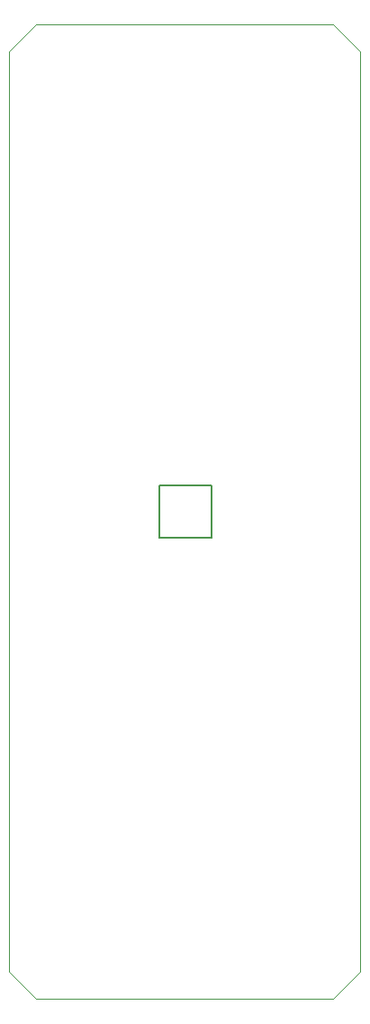
<source format=gbr>
G04 #@! TF.GenerationSoftware,KiCad,Pcbnew,5.99.0-unknown-3100cd3599~128~ubuntu20.04.1*
G04 #@! TF.CreationDate,2021-06-01T14:38:41+02:00*
G04 #@! TF.ProjectId,esp32,65737033-322e-46b6-9963-61645f706362,rev?*
G04 #@! TF.SameCoordinates,Original*
G04 #@! TF.FileFunction,Profile,NP*
%FSLAX46Y46*%
G04 Gerber Fmt 4.6, Leading zero omitted, Abs format (unit mm)*
G04 Created by KiCad (PCBNEW 5.99.0-unknown-3100cd3599~128~ubuntu20.04.1) date 2021-06-01 14:38:41*
%MOMM*%
%LPD*%
G01*
G04 APERTURE LIST*
G04 #@! TA.AperFunction,Profile*
%ADD10C,0.100000*%
G04 #@! TD*
G04 #@! TA.AperFunction,Profile*
%ADD11C,0.150000*%
G04 #@! TD*
G04 APERTURE END LIST*
D10*
X45720000Y-157480000D02*
X45720000Y-71120000D01*
X48260000Y-160020000D02*
X45720000Y-157480000D01*
X76200000Y-68580000D02*
X78740000Y-71120000D01*
X78740000Y-71120000D02*
X78740000Y-157480000D01*
X78740000Y-157480000D02*
X76200000Y-160020000D01*
X48260000Y-68580000D02*
X76200000Y-68580000D01*
X76200000Y-160020000D02*
X48260000Y-160020000D01*
D11*
X59800000Y-111800000D02*
X64700000Y-111800000D01*
X64700000Y-111800000D02*
X64700000Y-116700000D01*
X64700000Y-116700000D02*
X59800000Y-116700000D01*
X59800000Y-116700000D02*
X59800000Y-111800000D01*
D10*
X45720000Y-71120000D02*
X48260000Y-68580000D01*
M02*

</source>
